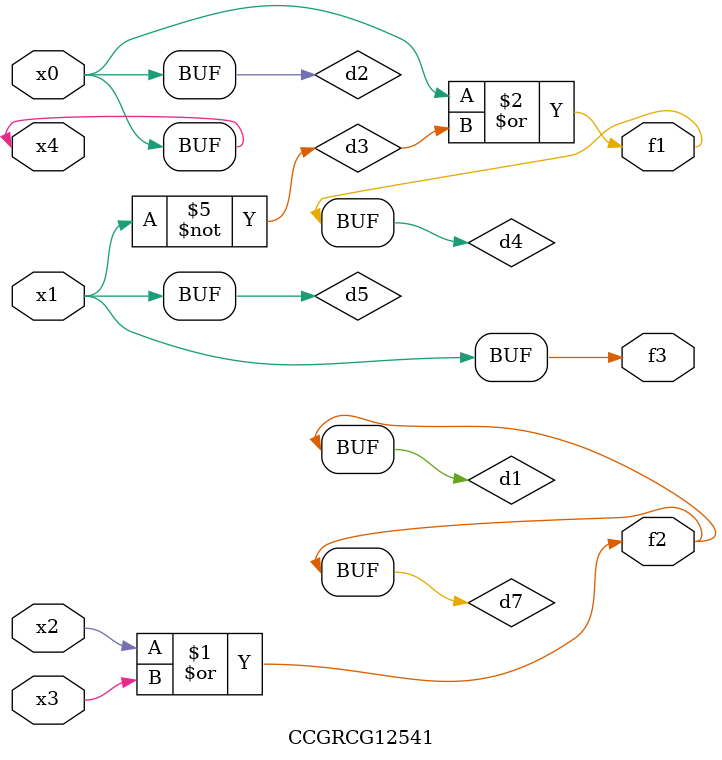
<source format=v>
module CCGRCG12541(
	input x0, x1, x2, x3, x4,
	output f1, f2, f3
);

	wire d1, d2, d3, d4, d5, d6, d7;

	or (d1, x2, x3);
	buf (d2, x0, x4);
	not (d3, x1);
	or (d4, d2, d3);
	not (d5, d3);
	nand (d6, d1, d3);
	or (d7, d1);
	assign f1 = d4;
	assign f2 = d7;
	assign f3 = d5;
endmodule

</source>
